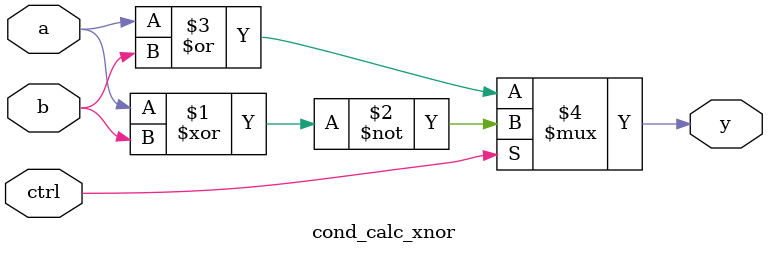
<source format=sv>
module cond_calc_xnor (ctrl, a, b, y);
    input ctrl;
    input a, b;
    output y;

    assign y = (ctrl) ? ~(a ^ b) : a | b;
endmodule
</source>
